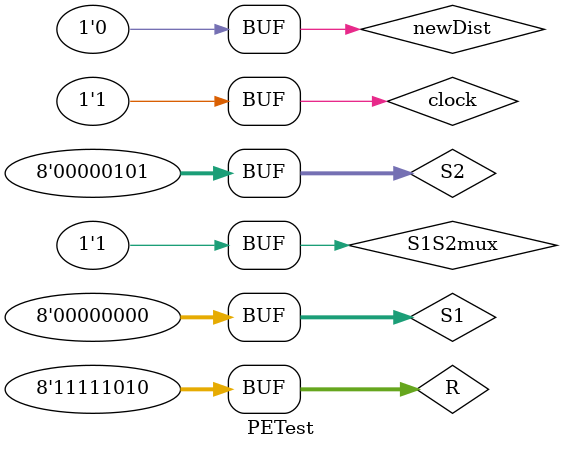
<source format=v>
`timescale 1ns / 1ps
module PETest;
	// Inputs
	reg clock;
	reg [7:0] R, S1, S2; // memory inputs
   reg S1S2mux, newDist; // control input	
	// Outputs
   wire [7:0] Accumulate, Rpipe;
	// Instantiate the Design Under Test (DUT)
	PE dut (clock, R, S1, S2, S1S2mux, newDist, Accumulate, Rpipe);
	initial begin
		// Stimulus
		R = 3; S1 = 0; S2 = 5; S1S2mux = 0; newDist = 1;
		// 2 Clock Cycles with Period 10ns
		clock = 0; #5; clock = 1; #5; clock = 0; #5; clock = 1; #5;
		
		S1S2mux = 1; newDist = 0;
		clock = 0; #5; clock = 1; #5; clock = 0; #5; clock = 1; #5; clock = 0; #5; clock = 1; #5;
		
		R = 250;
		clock = 0; #5; clock = 1; #5; clock = 0; #5; clock = 1; #5; clock = 0; #5; clock = 1; #5;
	end
endmodule


</source>
